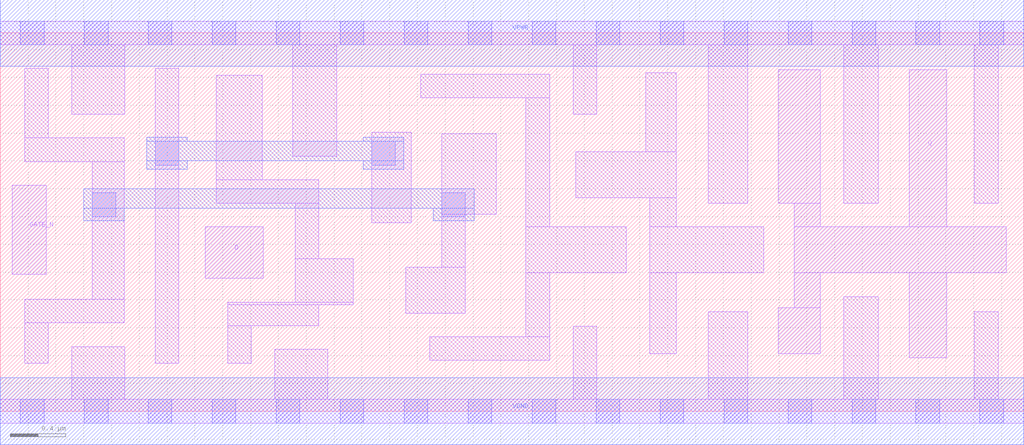
<source format=lef>
# Copyright 2020 The SkyWater PDK Authors
#
# Licensed under the Apache License, Version 2.0 (the "License");
# you may not use this file except in compliance with the License.
# You may obtain a copy of the License at
#
#     https://www.apache.org/licenses/LICENSE-2.0
#
# Unless required by applicable law or agreed to in writing, software
# distributed under the License is distributed on an "AS IS" BASIS,
# WITHOUT WARRANTIES OR CONDITIONS OF ANY KIND, either express or implied.
# See the License for the specific language governing permissions and
# limitations under the License.
#
# SPDX-License-Identifier: Apache-2.0

VERSION 5.7 ;
  NOWIREEXTENSIONATPIN ON ;
  DIVIDERCHAR "/" ;
  BUSBITCHARS "[]" ;
UNITS
  DATABASE MICRONS 200 ;
END UNITS
PROPERTYDEFINITIONS
  MACRO maskLayoutSubType STRING ;
  MACRO prCellType STRING ;
  MACRO originalViewName STRING ;
END PROPERTYDEFINITIONS
MACRO sky130_fd_sc_hdll__dlxtn_4
  CLASS CORE ;
  FOREIGN sky130_fd_sc_hdll__dlxtn_4 ;
  ORIGIN  0.000000  0.000000 ;
  SIZE  7.360000 BY  2.720000 ;
  SYMMETRY X Y R90 ;
  SITE unithd ;
  PIN D
    ANTENNAGATEAREA  0.178200 ;
    DIRECTION INPUT ;
    USE SIGNAL ;
    PORT
      LAYER li1 ;
        RECT 1.475000 0.955000 1.890000 1.325000 ;
    END
  END D
  PIN GATE_N
    ANTENNAGATEAREA  0.178200 ;
    DIRECTION INPUT ;
    USE SIGNAL ;
    PORT
      LAYER li1 ;
        RECT 0.085000 0.985000 0.330000 1.625000 ;
    END
  END GATE_N
  PIN Q
    ANTENNADIFFAREA  0.996000 ;
    DIRECTION OUTPUT ;
    USE SIGNAL ;
    PORT
      LAYER li1 ;
        RECT 5.595000 0.415000 5.895000 0.745000 ;
        RECT 5.595000 1.495000 5.895000 2.455000 ;
        RECT 5.710000 0.745000 5.895000 0.995000 ;
        RECT 5.710000 0.995000 7.235000 1.325000 ;
        RECT 5.710000 1.325000 5.895000 1.495000 ;
        RECT 6.535000 0.385000 6.805000 0.995000 ;
        RECT 6.535000 1.325000 6.805000 2.455000 ;
    END
  END Q
  PIN VGND
    DIRECTION INOUT ;
    USE GROUND ;
    PORT
      LAYER met1 ;
        RECT 0.000000 -0.240000 7.360000 0.240000 ;
    END
  END VGND
  PIN VPWR
    DIRECTION INOUT ;
    USE POWER ;
    PORT
      LAYER met1 ;
        RECT 0.000000 2.480000 7.360000 2.960000 ;
    END
  END VPWR
  OBS
    LAYER li1 ;
      RECT 0.000000 -0.085000 7.360000 0.085000 ;
      RECT 0.000000  2.635000 7.360000 2.805000 ;
      RECT 0.175000  0.345000 0.345000 0.635000 ;
      RECT 0.175000  0.635000 0.890000 0.805000 ;
      RECT 0.175000  1.795000 0.890000 1.965000 ;
      RECT 0.175000  1.965000 0.345000 2.465000 ;
      RECT 0.515000  0.085000 0.895000 0.465000 ;
      RECT 0.515000  2.135000 0.895000 2.635000 ;
      RECT 0.660000  0.805000 0.890000 1.795000 ;
      RECT 1.115000  0.345000 1.285000 2.465000 ;
      RECT 1.555000  1.495000 2.290000 1.665000 ;
      RECT 1.555000  1.665000 1.885000 2.415000 ;
      RECT 1.635000  0.345000 1.805000 0.615000 ;
      RECT 1.635000  0.615000 2.290000 0.765000 ;
      RECT 1.635000  0.765000 2.540000 0.785000 ;
      RECT 1.975000  0.085000 2.355000 0.445000 ;
      RECT 2.105000  1.835000 2.420000 2.635000 ;
      RECT 2.120000  0.785000 2.540000 1.095000 ;
      RECT 2.120000  1.095000 2.290000 1.495000 ;
      RECT 2.670000  1.355000 2.955000 2.005000 ;
      RECT 2.915000  0.705000 3.345000 1.035000 ;
      RECT 3.025000  2.255000 3.950000 2.425000 ;
      RECT 3.090000  0.365000 3.950000 0.535000 ;
      RECT 3.175000  1.035000 3.345000 1.415000 ;
      RECT 3.175000  1.415000 3.565000 1.995000 ;
      RECT 3.780000  0.535000 3.950000 0.995000 ;
      RECT 3.780000  0.995000 4.500000 1.325000 ;
      RECT 3.780000  1.325000 3.950000 2.255000 ;
      RECT 4.120000  0.085000 4.290000 0.610000 ;
      RECT 4.120000  2.135000 4.290000 2.635000 ;
      RECT 4.140000  1.535000 4.860000 1.865000 ;
      RECT 4.640000  1.865000 4.860000 2.435000 ;
      RECT 4.670000  0.415000 4.860000 0.995000 ;
      RECT 4.670000  0.995000 5.490000 1.325000 ;
      RECT 4.670000  1.325000 4.860000 1.535000 ;
      RECT 5.090000  0.085000 5.375000 0.715000 ;
      RECT 5.090000  1.495000 5.375000 2.635000 ;
      RECT 6.065000  0.085000 6.315000 0.825000 ;
      RECT 6.065000  1.495000 6.315000 2.635000 ;
      RECT 7.005000  0.085000 7.175000 0.715000 ;
      RECT 7.005000  1.495000 7.175000 2.635000 ;
    LAYER mcon ;
      RECT 0.145000 -0.085000 0.315000 0.085000 ;
      RECT 0.145000  2.635000 0.315000 2.805000 ;
      RECT 0.605000 -0.085000 0.775000 0.085000 ;
      RECT 0.605000  2.635000 0.775000 2.805000 ;
      RECT 0.660000  1.400000 0.830000 1.570000 ;
      RECT 1.065000 -0.085000 1.235000 0.085000 ;
      RECT 1.065000  2.635000 1.235000 2.805000 ;
      RECT 1.115000  1.770000 1.285000 1.940000 ;
      RECT 1.525000 -0.085000 1.695000 0.085000 ;
      RECT 1.525000  2.635000 1.695000 2.805000 ;
      RECT 1.985000 -0.085000 2.155000 0.085000 ;
      RECT 1.985000  2.635000 2.155000 2.805000 ;
      RECT 2.445000 -0.085000 2.615000 0.085000 ;
      RECT 2.445000  2.635000 2.615000 2.805000 ;
      RECT 2.670000  1.770000 2.840000 1.940000 ;
      RECT 2.905000 -0.085000 3.075000 0.085000 ;
      RECT 2.905000  2.635000 3.075000 2.805000 ;
      RECT 3.175000  1.400000 3.345000 1.570000 ;
      RECT 3.365000 -0.085000 3.535000 0.085000 ;
      RECT 3.365000  2.635000 3.535000 2.805000 ;
      RECT 3.825000 -0.085000 3.995000 0.085000 ;
      RECT 3.825000  2.635000 3.995000 2.805000 ;
      RECT 4.285000 -0.085000 4.455000 0.085000 ;
      RECT 4.285000  2.635000 4.455000 2.805000 ;
      RECT 4.745000 -0.085000 4.915000 0.085000 ;
      RECT 4.745000  2.635000 4.915000 2.805000 ;
      RECT 5.205000 -0.085000 5.375000 0.085000 ;
      RECT 5.205000  2.635000 5.375000 2.805000 ;
      RECT 5.665000 -0.085000 5.835000 0.085000 ;
      RECT 5.665000  2.635000 5.835000 2.805000 ;
      RECT 6.125000 -0.085000 6.295000 0.085000 ;
      RECT 6.125000  2.635000 6.295000 2.805000 ;
      RECT 6.585000 -0.085000 6.755000 0.085000 ;
      RECT 6.585000  2.635000 6.755000 2.805000 ;
      RECT 7.045000 -0.085000 7.215000 0.085000 ;
      RECT 7.045000  2.635000 7.215000 2.805000 ;
    LAYER met1 ;
      RECT 0.600000 1.370000 0.890000 1.460000 ;
      RECT 0.600000 1.460000 3.410000 1.600000 ;
      RECT 1.055000 1.740000 1.345000 1.800000 ;
      RECT 1.055000 1.800000 2.900000 1.940000 ;
      RECT 1.055000 1.940000 1.345000 1.970000 ;
      RECT 2.610000 1.740000 2.900000 1.800000 ;
      RECT 2.610000 1.940000 2.900000 1.970000 ;
      RECT 3.115000 1.370000 3.410000 1.460000 ;
  END
  PROPERTY maskLayoutSubType "abstract" ;
  PROPERTY prCellType "standard" ;
  PROPERTY originalViewName "layout" ;
END sky130_fd_sc_hdll__dlxtn_4
END LIBRARY

</source>
